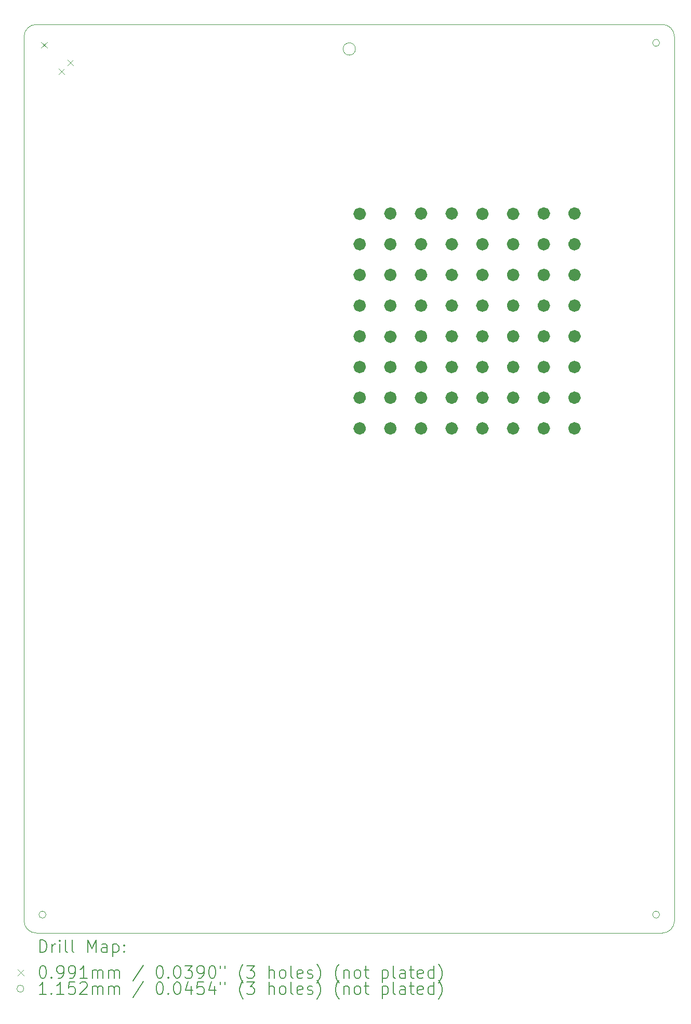
<source format=gbr>
%TF.GenerationSoftware,KiCad,Pcbnew,9.0.4*%
%TF.CreationDate,2025-09-01T02:23:11+01:00*%
%TF.ProjectId,Chirstmas-Card,43686972-7374-46d6-9173-2d436172642e,rev?*%
%TF.SameCoordinates,Original*%
%TF.FileFunction,Drillmap*%
%TF.FilePolarity,Positive*%
%FSLAX45Y45*%
G04 Gerber Fmt 4.5, Leading zero omitted, Abs format (unit mm)*
G04 Created by KiCad (PCBNEW 9.0.4) date 2025-09-01 02:23:11*
%MOMM*%
%LPD*%
G01*
G04 APERTURE LIST*
%ADD10C,0.050000*%
%ADD11C,1.050000*%
%ADD12C,0.200000*%
%ADD13C,0.100000*%
%ADD14C,0.115200*%
G04 APERTURE END LIST*
D10*
X4200000Y-17800000D02*
G75*
G02*
X4000000Y-17600000I0J200000D01*
G01*
X9400000Y-3400000D02*
G75*
G02*
X9200000Y-3400000I-100000J0D01*
G01*
X9200000Y-3400000D02*
G75*
G02*
X9400000Y-3400000I100000J0D01*
G01*
X4200000Y-3000000D02*
X14400000Y-3000000D01*
X4000000Y-17600000D02*
X4000000Y-3200000D01*
X14400000Y-17800000D02*
X4200000Y-17800000D01*
X14600000Y-17600000D02*
G75*
G02*
X14400000Y-17800000I-200000J0D01*
G01*
X14400000Y-3000000D02*
G75*
G02*
X14600000Y-3200000I0J-200000D01*
G01*
X14600000Y-3200000D02*
X14600000Y-17600000D01*
X4000000Y-3200000D02*
G75*
G02*
X4200000Y-3000000I200000J0D01*
G01*
D11*
X11522500Y-8580000D02*
G75*
G02*
X11417500Y-8580000I-52500J0D01*
G01*
X11417500Y-8580000D02*
G75*
G02*
X11522500Y-8580000I52500J0D01*
G01*
X10022500Y-8580000D02*
G75*
G02*
X9917500Y-8580000I-52500J0D01*
G01*
X9917500Y-8580000D02*
G75*
G02*
X10022500Y-8580000I52500J0D01*
G01*
X11522500Y-9580000D02*
G75*
G02*
X11417500Y-9580000I-52500J0D01*
G01*
X11417500Y-9580000D02*
G75*
G02*
X11522500Y-9580000I52500J0D01*
G01*
X12022500Y-8580000D02*
G75*
G02*
X11917500Y-8580000I-52500J0D01*
G01*
X11917500Y-8580000D02*
G75*
G02*
X12022500Y-8580000I52500J0D01*
G01*
X12022500Y-9080000D02*
G75*
G02*
X11917500Y-9080000I-52500J0D01*
G01*
X11917500Y-9080000D02*
G75*
G02*
X12022500Y-9080000I52500J0D01*
G01*
X11522500Y-6086250D02*
G75*
G02*
X11417500Y-6086250I-52500J0D01*
G01*
X11417500Y-6086250D02*
G75*
G02*
X11522500Y-6086250I52500J0D01*
G01*
X10522500Y-9080000D02*
G75*
G02*
X10417500Y-9080000I-52500J0D01*
G01*
X10417500Y-9080000D02*
G75*
G02*
X10522500Y-9080000I52500J0D01*
G01*
X9522500Y-7080000D02*
G75*
G02*
X9417500Y-7080000I-52500J0D01*
G01*
X9417500Y-7080000D02*
G75*
G02*
X9522500Y-7080000I52500J0D01*
G01*
X12522500Y-6080000D02*
G75*
G02*
X12417500Y-6080000I-52500J0D01*
G01*
X12417500Y-6080000D02*
G75*
G02*
X12522500Y-6080000I52500J0D01*
G01*
X11022500Y-9080000D02*
G75*
G02*
X10917500Y-9080000I-52500J0D01*
G01*
X10917500Y-9080000D02*
G75*
G02*
X11022500Y-9080000I52500J0D01*
G01*
X12522500Y-9580000D02*
G75*
G02*
X12417500Y-9580000I-52500J0D01*
G01*
X12417500Y-9580000D02*
G75*
G02*
X12522500Y-9580000I52500J0D01*
G01*
X13022500Y-8580000D02*
G75*
G02*
X12917500Y-8580000I-52500J0D01*
G01*
X12917500Y-8580000D02*
G75*
G02*
X13022500Y-8580000I52500J0D01*
G01*
X10022500Y-9080000D02*
G75*
G02*
X9917500Y-9080000I-52500J0D01*
G01*
X9917500Y-9080000D02*
G75*
G02*
X10022500Y-9080000I52500J0D01*
G01*
X12522500Y-7580000D02*
G75*
G02*
X12417500Y-7580000I-52500J0D01*
G01*
X12417500Y-7580000D02*
G75*
G02*
X12522500Y-7580000I52500J0D01*
G01*
X13022500Y-8080000D02*
G75*
G02*
X12917500Y-8080000I-52500J0D01*
G01*
X12917500Y-8080000D02*
G75*
G02*
X13022500Y-8080000I52500J0D01*
G01*
X11022500Y-6080000D02*
G75*
G02*
X10917500Y-6080000I-52500J0D01*
G01*
X10917500Y-6080000D02*
G75*
G02*
X11022500Y-6080000I52500J0D01*
G01*
X9522500Y-9080000D02*
G75*
G02*
X9417500Y-9080000I-52500J0D01*
G01*
X9417500Y-9080000D02*
G75*
G02*
X9522500Y-9080000I52500J0D01*
G01*
X10022500Y-8086250D02*
G75*
G02*
X9917500Y-8086250I-52500J0D01*
G01*
X9917500Y-8086250D02*
G75*
G02*
X10022500Y-8086250I52500J0D01*
G01*
X10522500Y-8580000D02*
G75*
G02*
X10417500Y-8580000I-52500J0D01*
G01*
X10417500Y-8580000D02*
G75*
G02*
X10522500Y-8580000I52500J0D01*
G01*
X10522500Y-6080000D02*
G75*
G02*
X10417500Y-6080000I-52500J0D01*
G01*
X10417500Y-6080000D02*
G75*
G02*
X10522500Y-6080000I52500J0D01*
G01*
X11522500Y-6580000D02*
G75*
G02*
X11417500Y-6580000I-52500J0D01*
G01*
X11417500Y-6580000D02*
G75*
G02*
X11522500Y-6580000I52500J0D01*
G01*
X11022500Y-6580000D02*
G75*
G02*
X10917500Y-6580000I-52500J0D01*
G01*
X10917500Y-6580000D02*
G75*
G02*
X11022500Y-6580000I52500J0D01*
G01*
X11022500Y-8580000D02*
G75*
G02*
X10917500Y-8580000I-52500J0D01*
G01*
X10917500Y-8580000D02*
G75*
G02*
X11022500Y-8580000I52500J0D01*
G01*
X9522500Y-7580000D02*
G75*
G02*
X9417500Y-7580000I-52500J0D01*
G01*
X9417500Y-7580000D02*
G75*
G02*
X9522500Y-7580000I52500J0D01*
G01*
X12022500Y-7080000D02*
G75*
G02*
X11917500Y-7080000I-52500J0D01*
G01*
X11917500Y-7080000D02*
G75*
G02*
X12022500Y-7080000I52500J0D01*
G01*
X9522500Y-8580000D02*
G75*
G02*
X9417500Y-8580000I-52500J0D01*
G01*
X9417500Y-8580000D02*
G75*
G02*
X9522500Y-8580000I52500J0D01*
G01*
X9522500Y-8080000D02*
G75*
G02*
X9417500Y-8080000I-52500J0D01*
G01*
X9417500Y-8080000D02*
G75*
G02*
X9522500Y-8080000I52500J0D01*
G01*
X11522500Y-8080000D02*
G75*
G02*
X11417500Y-8080000I-52500J0D01*
G01*
X11417500Y-8080000D02*
G75*
G02*
X11522500Y-8080000I52500J0D01*
G01*
X9522500Y-6580000D02*
G75*
G02*
X9417500Y-6580000I-52500J0D01*
G01*
X9417500Y-6580000D02*
G75*
G02*
X9522500Y-6580000I52500J0D01*
G01*
X10522500Y-7580000D02*
G75*
G02*
X10417500Y-7580000I-52500J0D01*
G01*
X10417500Y-7580000D02*
G75*
G02*
X10522500Y-7580000I52500J0D01*
G01*
X10022500Y-9580000D02*
G75*
G02*
X9917500Y-9580000I-52500J0D01*
G01*
X9917500Y-9580000D02*
G75*
G02*
X10022500Y-9580000I52500J0D01*
G01*
X12022500Y-9580000D02*
G75*
G02*
X11917500Y-9580000I-52500J0D01*
G01*
X11917500Y-9580000D02*
G75*
G02*
X12022500Y-9580000I52500J0D01*
G01*
X12022500Y-6086250D02*
G75*
G02*
X11917500Y-6086250I-52500J0D01*
G01*
X11917500Y-6086250D02*
G75*
G02*
X12022500Y-6086250I52500J0D01*
G01*
X12022500Y-8080000D02*
G75*
G02*
X11917500Y-8080000I-52500J0D01*
G01*
X11917500Y-8080000D02*
G75*
G02*
X12022500Y-8080000I52500J0D01*
G01*
X13022500Y-9580000D02*
G75*
G02*
X12917500Y-9580000I-52500J0D01*
G01*
X12917500Y-9580000D02*
G75*
G02*
X13022500Y-9580000I52500J0D01*
G01*
X13022500Y-6580000D02*
G75*
G02*
X12917500Y-6580000I-52500J0D01*
G01*
X12917500Y-6580000D02*
G75*
G02*
X13022500Y-6580000I52500J0D01*
G01*
X10522500Y-7080000D02*
G75*
G02*
X10417500Y-7080000I-52500J0D01*
G01*
X10417500Y-7080000D02*
G75*
G02*
X10522500Y-7080000I52500J0D01*
G01*
X10522500Y-9580000D02*
G75*
G02*
X10417500Y-9580000I-52500J0D01*
G01*
X10417500Y-9580000D02*
G75*
G02*
X10522500Y-9580000I52500J0D01*
G01*
X10022500Y-7580000D02*
G75*
G02*
X9917500Y-7580000I-52500J0D01*
G01*
X9917500Y-7580000D02*
G75*
G02*
X10022500Y-7580000I52500J0D01*
G01*
X12022500Y-7580000D02*
G75*
G02*
X11917500Y-7580000I-52500J0D01*
G01*
X11917500Y-7580000D02*
G75*
G02*
X12022500Y-7580000I52500J0D01*
G01*
X9522500Y-6086250D02*
G75*
G02*
X9417500Y-6086250I-52500J0D01*
G01*
X9417500Y-6086250D02*
G75*
G02*
X9522500Y-6086250I52500J0D01*
G01*
X12522500Y-8080000D02*
G75*
G02*
X12417500Y-8080000I-52500J0D01*
G01*
X12417500Y-8080000D02*
G75*
G02*
X12522500Y-8080000I52500J0D01*
G01*
X13022500Y-9080000D02*
G75*
G02*
X12917500Y-9080000I-52500J0D01*
G01*
X12917500Y-9080000D02*
G75*
G02*
X13022500Y-9080000I52500J0D01*
G01*
X11022500Y-9580000D02*
G75*
G02*
X10917500Y-9580000I-52500J0D01*
G01*
X10917500Y-9580000D02*
G75*
G02*
X11022500Y-9580000I52500J0D01*
G01*
X9522500Y-9580000D02*
G75*
G02*
X9417500Y-9580000I-52500J0D01*
G01*
X9417500Y-9580000D02*
G75*
G02*
X9522500Y-9580000I52500J0D01*
G01*
X13022500Y-6080000D02*
G75*
G02*
X12917500Y-6080000I-52500J0D01*
G01*
X12917500Y-6080000D02*
G75*
G02*
X13022500Y-6080000I52500J0D01*
G01*
X11522500Y-7580000D02*
G75*
G02*
X11417500Y-7580000I-52500J0D01*
G01*
X11417500Y-7580000D02*
G75*
G02*
X11522500Y-7580000I52500J0D01*
G01*
X11022500Y-7080000D02*
G75*
G02*
X10917500Y-7080000I-52500J0D01*
G01*
X10917500Y-7080000D02*
G75*
G02*
X11022500Y-7080000I52500J0D01*
G01*
X10022500Y-7080000D02*
G75*
G02*
X9917500Y-7080000I-52500J0D01*
G01*
X9917500Y-7080000D02*
G75*
G02*
X10022500Y-7080000I52500J0D01*
G01*
X12022500Y-6580000D02*
G75*
G02*
X11917500Y-6580000I-52500J0D01*
G01*
X11917500Y-6580000D02*
G75*
G02*
X12022500Y-6580000I52500J0D01*
G01*
X11022500Y-8080000D02*
G75*
G02*
X10917500Y-8080000I-52500J0D01*
G01*
X10917500Y-8080000D02*
G75*
G02*
X11022500Y-8080000I52500J0D01*
G01*
X10022500Y-6080000D02*
G75*
G02*
X9917500Y-6080000I-52500J0D01*
G01*
X9917500Y-6080000D02*
G75*
G02*
X10022500Y-6080000I52500J0D01*
G01*
X10522500Y-6580000D02*
G75*
G02*
X10417500Y-6580000I-52500J0D01*
G01*
X10417500Y-6580000D02*
G75*
G02*
X10522500Y-6580000I52500J0D01*
G01*
X10522500Y-8080000D02*
G75*
G02*
X10417500Y-8080000I-52500J0D01*
G01*
X10417500Y-8080000D02*
G75*
G02*
X10522500Y-8080000I52500J0D01*
G01*
X11522500Y-7080000D02*
G75*
G02*
X11417500Y-7080000I-52500J0D01*
G01*
X11417500Y-7080000D02*
G75*
G02*
X11522500Y-7080000I52500J0D01*
G01*
X13022500Y-7580000D02*
G75*
G02*
X12917500Y-7580000I-52500J0D01*
G01*
X12917500Y-7580000D02*
G75*
G02*
X13022500Y-7580000I52500J0D01*
G01*
X12522500Y-8580000D02*
G75*
G02*
X12417500Y-8580000I-52500J0D01*
G01*
X12417500Y-8580000D02*
G75*
G02*
X12522500Y-8580000I52500J0D01*
G01*
X12522500Y-9080000D02*
G75*
G02*
X12417500Y-9080000I-52500J0D01*
G01*
X12417500Y-9080000D02*
G75*
G02*
X12522500Y-9080000I52500J0D01*
G01*
X11022500Y-7580000D02*
G75*
G02*
X10917500Y-7580000I-52500J0D01*
G01*
X10917500Y-7580000D02*
G75*
G02*
X11022500Y-7580000I52500J0D01*
G01*
X10022500Y-6580000D02*
G75*
G02*
X9917500Y-6580000I-52500J0D01*
G01*
X9917500Y-6580000D02*
G75*
G02*
X10022500Y-6580000I52500J0D01*
G01*
X11522500Y-9080000D02*
G75*
G02*
X11417500Y-9080000I-52500J0D01*
G01*
X11417500Y-9080000D02*
G75*
G02*
X11522500Y-9080000I52500J0D01*
G01*
X13022500Y-7080000D02*
G75*
G02*
X12917500Y-7080000I-52500J0D01*
G01*
X12917500Y-7080000D02*
G75*
G02*
X13022500Y-7080000I52500J0D01*
G01*
X12522500Y-7080000D02*
G75*
G02*
X12417500Y-7080000I-52500J0D01*
G01*
X12417500Y-7080000D02*
G75*
G02*
X12522500Y-7080000I52500J0D01*
G01*
X12522500Y-6580000D02*
G75*
G02*
X12417500Y-6580000I-52500J0D01*
G01*
X12417500Y-6580000D02*
G75*
G02*
X12522500Y-6580000I52500J0D01*
G01*
D12*
D13*
X4275569Y-3285766D02*
X4374629Y-3384826D01*
X4374629Y-3285766D02*
X4275569Y-3384826D01*
X4562937Y-3716818D02*
X4661997Y-3815878D01*
X4661997Y-3716818D02*
X4562937Y-3815878D01*
X4706621Y-3573134D02*
X4805681Y-3672194D01*
X4805681Y-3573134D02*
X4706621Y-3672194D01*
D14*
X4357600Y-17500000D02*
G75*
G02*
X4242400Y-17500000I-57600J0D01*
G01*
X4242400Y-17500000D02*
G75*
G02*
X4357600Y-17500000I57600J0D01*
G01*
X14357600Y-3300000D02*
G75*
G02*
X14242400Y-3300000I-57600J0D01*
G01*
X14242400Y-3300000D02*
G75*
G02*
X14357600Y-3300000I57600J0D01*
G01*
X14357600Y-17500000D02*
G75*
G02*
X14242400Y-17500000I-57600J0D01*
G01*
X14242400Y-17500000D02*
G75*
G02*
X14357600Y-17500000I57600J0D01*
G01*
D12*
X4258277Y-18113984D02*
X4258277Y-17913984D01*
X4258277Y-17913984D02*
X4305896Y-17913984D01*
X4305896Y-17913984D02*
X4334467Y-17923508D01*
X4334467Y-17923508D02*
X4353515Y-17942555D01*
X4353515Y-17942555D02*
X4363039Y-17961603D01*
X4363039Y-17961603D02*
X4372563Y-17999698D01*
X4372563Y-17999698D02*
X4372563Y-18028270D01*
X4372563Y-18028270D02*
X4363039Y-18066365D01*
X4363039Y-18066365D02*
X4353515Y-18085412D01*
X4353515Y-18085412D02*
X4334467Y-18104460D01*
X4334467Y-18104460D02*
X4305896Y-18113984D01*
X4305896Y-18113984D02*
X4258277Y-18113984D01*
X4458277Y-18113984D02*
X4458277Y-17980650D01*
X4458277Y-18018746D02*
X4467801Y-17999698D01*
X4467801Y-17999698D02*
X4477324Y-17990174D01*
X4477324Y-17990174D02*
X4496372Y-17980650D01*
X4496372Y-17980650D02*
X4515420Y-17980650D01*
X4582086Y-18113984D02*
X4582086Y-17980650D01*
X4582086Y-17913984D02*
X4572563Y-17923508D01*
X4572563Y-17923508D02*
X4582086Y-17933031D01*
X4582086Y-17933031D02*
X4591610Y-17923508D01*
X4591610Y-17923508D02*
X4582086Y-17913984D01*
X4582086Y-17913984D02*
X4582086Y-17933031D01*
X4705896Y-18113984D02*
X4686848Y-18104460D01*
X4686848Y-18104460D02*
X4677324Y-18085412D01*
X4677324Y-18085412D02*
X4677324Y-17913984D01*
X4810658Y-18113984D02*
X4791610Y-18104460D01*
X4791610Y-18104460D02*
X4782086Y-18085412D01*
X4782086Y-18085412D02*
X4782086Y-17913984D01*
X5039229Y-18113984D02*
X5039229Y-17913984D01*
X5039229Y-17913984D02*
X5105896Y-18056841D01*
X5105896Y-18056841D02*
X5172563Y-17913984D01*
X5172563Y-17913984D02*
X5172563Y-18113984D01*
X5353515Y-18113984D02*
X5353515Y-18009222D01*
X5353515Y-18009222D02*
X5343991Y-17990174D01*
X5343991Y-17990174D02*
X5324944Y-17980650D01*
X5324944Y-17980650D02*
X5286848Y-17980650D01*
X5286848Y-17980650D02*
X5267801Y-17990174D01*
X5353515Y-18104460D02*
X5334467Y-18113984D01*
X5334467Y-18113984D02*
X5286848Y-18113984D01*
X5286848Y-18113984D02*
X5267801Y-18104460D01*
X5267801Y-18104460D02*
X5258277Y-18085412D01*
X5258277Y-18085412D02*
X5258277Y-18066365D01*
X5258277Y-18066365D02*
X5267801Y-18047317D01*
X5267801Y-18047317D02*
X5286848Y-18037793D01*
X5286848Y-18037793D02*
X5334467Y-18037793D01*
X5334467Y-18037793D02*
X5353515Y-18028270D01*
X5448753Y-17980650D02*
X5448753Y-18180650D01*
X5448753Y-17990174D02*
X5467801Y-17980650D01*
X5467801Y-17980650D02*
X5505896Y-17980650D01*
X5505896Y-17980650D02*
X5524944Y-17990174D01*
X5524944Y-17990174D02*
X5534467Y-17999698D01*
X5534467Y-17999698D02*
X5543991Y-18018746D01*
X5543991Y-18018746D02*
X5543991Y-18075889D01*
X5543991Y-18075889D02*
X5534467Y-18094936D01*
X5534467Y-18094936D02*
X5524944Y-18104460D01*
X5524944Y-18104460D02*
X5505896Y-18113984D01*
X5505896Y-18113984D02*
X5467801Y-18113984D01*
X5467801Y-18113984D02*
X5448753Y-18104460D01*
X5629705Y-18094936D02*
X5639229Y-18104460D01*
X5639229Y-18104460D02*
X5629705Y-18113984D01*
X5629705Y-18113984D02*
X5620182Y-18104460D01*
X5620182Y-18104460D02*
X5629705Y-18094936D01*
X5629705Y-18094936D02*
X5629705Y-18113984D01*
X5629705Y-17990174D02*
X5639229Y-17999698D01*
X5639229Y-17999698D02*
X5629705Y-18009222D01*
X5629705Y-18009222D02*
X5620182Y-17999698D01*
X5620182Y-17999698D02*
X5629705Y-17990174D01*
X5629705Y-17990174D02*
X5629705Y-18009222D01*
D13*
X3898440Y-18392970D02*
X3997500Y-18492030D01*
X3997500Y-18392970D02*
X3898440Y-18492030D01*
D12*
X4296372Y-18333984D02*
X4315420Y-18333984D01*
X4315420Y-18333984D02*
X4334467Y-18343508D01*
X4334467Y-18343508D02*
X4343991Y-18353031D01*
X4343991Y-18353031D02*
X4353515Y-18372079D01*
X4353515Y-18372079D02*
X4363039Y-18410174D01*
X4363039Y-18410174D02*
X4363039Y-18457793D01*
X4363039Y-18457793D02*
X4353515Y-18495889D01*
X4353515Y-18495889D02*
X4343991Y-18514936D01*
X4343991Y-18514936D02*
X4334467Y-18524460D01*
X4334467Y-18524460D02*
X4315420Y-18533984D01*
X4315420Y-18533984D02*
X4296372Y-18533984D01*
X4296372Y-18533984D02*
X4277324Y-18524460D01*
X4277324Y-18524460D02*
X4267801Y-18514936D01*
X4267801Y-18514936D02*
X4258277Y-18495889D01*
X4258277Y-18495889D02*
X4248753Y-18457793D01*
X4248753Y-18457793D02*
X4248753Y-18410174D01*
X4248753Y-18410174D02*
X4258277Y-18372079D01*
X4258277Y-18372079D02*
X4267801Y-18353031D01*
X4267801Y-18353031D02*
X4277324Y-18343508D01*
X4277324Y-18343508D02*
X4296372Y-18333984D01*
X4448753Y-18514936D02*
X4458277Y-18524460D01*
X4458277Y-18524460D02*
X4448753Y-18533984D01*
X4448753Y-18533984D02*
X4439229Y-18524460D01*
X4439229Y-18524460D02*
X4448753Y-18514936D01*
X4448753Y-18514936D02*
X4448753Y-18533984D01*
X4553515Y-18533984D02*
X4591610Y-18533984D01*
X4591610Y-18533984D02*
X4610658Y-18524460D01*
X4610658Y-18524460D02*
X4620182Y-18514936D01*
X4620182Y-18514936D02*
X4639229Y-18486365D01*
X4639229Y-18486365D02*
X4648753Y-18448270D01*
X4648753Y-18448270D02*
X4648753Y-18372079D01*
X4648753Y-18372079D02*
X4639229Y-18353031D01*
X4639229Y-18353031D02*
X4629705Y-18343508D01*
X4629705Y-18343508D02*
X4610658Y-18333984D01*
X4610658Y-18333984D02*
X4572563Y-18333984D01*
X4572563Y-18333984D02*
X4553515Y-18343508D01*
X4553515Y-18343508D02*
X4543991Y-18353031D01*
X4543991Y-18353031D02*
X4534467Y-18372079D01*
X4534467Y-18372079D02*
X4534467Y-18419698D01*
X4534467Y-18419698D02*
X4543991Y-18438746D01*
X4543991Y-18438746D02*
X4553515Y-18448270D01*
X4553515Y-18448270D02*
X4572563Y-18457793D01*
X4572563Y-18457793D02*
X4610658Y-18457793D01*
X4610658Y-18457793D02*
X4629705Y-18448270D01*
X4629705Y-18448270D02*
X4639229Y-18438746D01*
X4639229Y-18438746D02*
X4648753Y-18419698D01*
X4743991Y-18533984D02*
X4782086Y-18533984D01*
X4782086Y-18533984D02*
X4801134Y-18524460D01*
X4801134Y-18524460D02*
X4810658Y-18514936D01*
X4810658Y-18514936D02*
X4829705Y-18486365D01*
X4829705Y-18486365D02*
X4839229Y-18448270D01*
X4839229Y-18448270D02*
X4839229Y-18372079D01*
X4839229Y-18372079D02*
X4829705Y-18353031D01*
X4829705Y-18353031D02*
X4820182Y-18343508D01*
X4820182Y-18343508D02*
X4801134Y-18333984D01*
X4801134Y-18333984D02*
X4763039Y-18333984D01*
X4763039Y-18333984D02*
X4743991Y-18343508D01*
X4743991Y-18343508D02*
X4734467Y-18353031D01*
X4734467Y-18353031D02*
X4724944Y-18372079D01*
X4724944Y-18372079D02*
X4724944Y-18419698D01*
X4724944Y-18419698D02*
X4734467Y-18438746D01*
X4734467Y-18438746D02*
X4743991Y-18448270D01*
X4743991Y-18448270D02*
X4763039Y-18457793D01*
X4763039Y-18457793D02*
X4801134Y-18457793D01*
X4801134Y-18457793D02*
X4820182Y-18448270D01*
X4820182Y-18448270D02*
X4829705Y-18438746D01*
X4829705Y-18438746D02*
X4839229Y-18419698D01*
X5029705Y-18533984D02*
X4915420Y-18533984D01*
X4972563Y-18533984D02*
X4972563Y-18333984D01*
X4972563Y-18333984D02*
X4953515Y-18362555D01*
X4953515Y-18362555D02*
X4934467Y-18381603D01*
X4934467Y-18381603D02*
X4915420Y-18391127D01*
X5115420Y-18533984D02*
X5115420Y-18400650D01*
X5115420Y-18419698D02*
X5124944Y-18410174D01*
X5124944Y-18410174D02*
X5143991Y-18400650D01*
X5143991Y-18400650D02*
X5172563Y-18400650D01*
X5172563Y-18400650D02*
X5191610Y-18410174D01*
X5191610Y-18410174D02*
X5201134Y-18429222D01*
X5201134Y-18429222D02*
X5201134Y-18533984D01*
X5201134Y-18429222D02*
X5210658Y-18410174D01*
X5210658Y-18410174D02*
X5229705Y-18400650D01*
X5229705Y-18400650D02*
X5258277Y-18400650D01*
X5258277Y-18400650D02*
X5277325Y-18410174D01*
X5277325Y-18410174D02*
X5286848Y-18429222D01*
X5286848Y-18429222D02*
X5286848Y-18533984D01*
X5382086Y-18533984D02*
X5382086Y-18400650D01*
X5382086Y-18419698D02*
X5391610Y-18410174D01*
X5391610Y-18410174D02*
X5410658Y-18400650D01*
X5410658Y-18400650D02*
X5439229Y-18400650D01*
X5439229Y-18400650D02*
X5458277Y-18410174D01*
X5458277Y-18410174D02*
X5467801Y-18429222D01*
X5467801Y-18429222D02*
X5467801Y-18533984D01*
X5467801Y-18429222D02*
X5477325Y-18410174D01*
X5477325Y-18410174D02*
X5496372Y-18400650D01*
X5496372Y-18400650D02*
X5524944Y-18400650D01*
X5524944Y-18400650D02*
X5543991Y-18410174D01*
X5543991Y-18410174D02*
X5553515Y-18429222D01*
X5553515Y-18429222D02*
X5553515Y-18533984D01*
X5943991Y-18324460D02*
X5772563Y-18581603D01*
X6201134Y-18333984D02*
X6220182Y-18333984D01*
X6220182Y-18333984D02*
X6239229Y-18343508D01*
X6239229Y-18343508D02*
X6248753Y-18353031D01*
X6248753Y-18353031D02*
X6258277Y-18372079D01*
X6258277Y-18372079D02*
X6267801Y-18410174D01*
X6267801Y-18410174D02*
X6267801Y-18457793D01*
X6267801Y-18457793D02*
X6258277Y-18495889D01*
X6258277Y-18495889D02*
X6248753Y-18514936D01*
X6248753Y-18514936D02*
X6239229Y-18524460D01*
X6239229Y-18524460D02*
X6220182Y-18533984D01*
X6220182Y-18533984D02*
X6201134Y-18533984D01*
X6201134Y-18533984D02*
X6182086Y-18524460D01*
X6182086Y-18524460D02*
X6172563Y-18514936D01*
X6172563Y-18514936D02*
X6163039Y-18495889D01*
X6163039Y-18495889D02*
X6153515Y-18457793D01*
X6153515Y-18457793D02*
X6153515Y-18410174D01*
X6153515Y-18410174D02*
X6163039Y-18372079D01*
X6163039Y-18372079D02*
X6172563Y-18353031D01*
X6172563Y-18353031D02*
X6182086Y-18343508D01*
X6182086Y-18343508D02*
X6201134Y-18333984D01*
X6353515Y-18514936D02*
X6363039Y-18524460D01*
X6363039Y-18524460D02*
X6353515Y-18533984D01*
X6353515Y-18533984D02*
X6343991Y-18524460D01*
X6343991Y-18524460D02*
X6353515Y-18514936D01*
X6353515Y-18514936D02*
X6353515Y-18533984D01*
X6486848Y-18333984D02*
X6505896Y-18333984D01*
X6505896Y-18333984D02*
X6524944Y-18343508D01*
X6524944Y-18343508D02*
X6534467Y-18353031D01*
X6534467Y-18353031D02*
X6543991Y-18372079D01*
X6543991Y-18372079D02*
X6553515Y-18410174D01*
X6553515Y-18410174D02*
X6553515Y-18457793D01*
X6553515Y-18457793D02*
X6543991Y-18495889D01*
X6543991Y-18495889D02*
X6534467Y-18514936D01*
X6534467Y-18514936D02*
X6524944Y-18524460D01*
X6524944Y-18524460D02*
X6505896Y-18533984D01*
X6505896Y-18533984D02*
X6486848Y-18533984D01*
X6486848Y-18533984D02*
X6467801Y-18524460D01*
X6467801Y-18524460D02*
X6458277Y-18514936D01*
X6458277Y-18514936D02*
X6448753Y-18495889D01*
X6448753Y-18495889D02*
X6439229Y-18457793D01*
X6439229Y-18457793D02*
X6439229Y-18410174D01*
X6439229Y-18410174D02*
X6448753Y-18372079D01*
X6448753Y-18372079D02*
X6458277Y-18353031D01*
X6458277Y-18353031D02*
X6467801Y-18343508D01*
X6467801Y-18343508D02*
X6486848Y-18333984D01*
X6620182Y-18333984D02*
X6743991Y-18333984D01*
X6743991Y-18333984D02*
X6677325Y-18410174D01*
X6677325Y-18410174D02*
X6705896Y-18410174D01*
X6705896Y-18410174D02*
X6724944Y-18419698D01*
X6724944Y-18419698D02*
X6734467Y-18429222D01*
X6734467Y-18429222D02*
X6743991Y-18448270D01*
X6743991Y-18448270D02*
X6743991Y-18495889D01*
X6743991Y-18495889D02*
X6734467Y-18514936D01*
X6734467Y-18514936D02*
X6724944Y-18524460D01*
X6724944Y-18524460D02*
X6705896Y-18533984D01*
X6705896Y-18533984D02*
X6648753Y-18533984D01*
X6648753Y-18533984D02*
X6629706Y-18524460D01*
X6629706Y-18524460D02*
X6620182Y-18514936D01*
X6839229Y-18533984D02*
X6877325Y-18533984D01*
X6877325Y-18533984D02*
X6896372Y-18524460D01*
X6896372Y-18524460D02*
X6905896Y-18514936D01*
X6905896Y-18514936D02*
X6924944Y-18486365D01*
X6924944Y-18486365D02*
X6934467Y-18448270D01*
X6934467Y-18448270D02*
X6934467Y-18372079D01*
X6934467Y-18372079D02*
X6924944Y-18353031D01*
X6924944Y-18353031D02*
X6915420Y-18343508D01*
X6915420Y-18343508D02*
X6896372Y-18333984D01*
X6896372Y-18333984D02*
X6858277Y-18333984D01*
X6858277Y-18333984D02*
X6839229Y-18343508D01*
X6839229Y-18343508D02*
X6829706Y-18353031D01*
X6829706Y-18353031D02*
X6820182Y-18372079D01*
X6820182Y-18372079D02*
X6820182Y-18419698D01*
X6820182Y-18419698D02*
X6829706Y-18438746D01*
X6829706Y-18438746D02*
X6839229Y-18448270D01*
X6839229Y-18448270D02*
X6858277Y-18457793D01*
X6858277Y-18457793D02*
X6896372Y-18457793D01*
X6896372Y-18457793D02*
X6915420Y-18448270D01*
X6915420Y-18448270D02*
X6924944Y-18438746D01*
X6924944Y-18438746D02*
X6934467Y-18419698D01*
X7058277Y-18333984D02*
X7077325Y-18333984D01*
X7077325Y-18333984D02*
X7096372Y-18343508D01*
X7096372Y-18343508D02*
X7105896Y-18353031D01*
X7105896Y-18353031D02*
X7115420Y-18372079D01*
X7115420Y-18372079D02*
X7124944Y-18410174D01*
X7124944Y-18410174D02*
X7124944Y-18457793D01*
X7124944Y-18457793D02*
X7115420Y-18495889D01*
X7115420Y-18495889D02*
X7105896Y-18514936D01*
X7105896Y-18514936D02*
X7096372Y-18524460D01*
X7096372Y-18524460D02*
X7077325Y-18533984D01*
X7077325Y-18533984D02*
X7058277Y-18533984D01*
X7058277Y-18533984D02*
X7039229Y-18524460D01*
X7039229Y-18524460D02*
X7029706Y-18514936D01*
X7029706Y-18514936D02*
X7020182Y-18495889D01*
X7020182Y-18495889D02*
X7010658Y-18457793D01*
X7010658Y-18457793D02*
X7010658Y-18410174D01*
X7010658Y-18410174D02*
X7020182Y-18372079D01*
X7020182Y-18372079D02*
X7029706Y-18353031D01*
X7029706Y-18353031D02*
X7039229Y-18343508D01*
X7039229Y-18343508D02*
X7058277Y-18333984D01*
X7201134Y-18333984D02*
X7201134Y-18372079D01*
X7277325Y-18333984D02*
X7277325Y-18372079D01*
X7572563Y-18610174D02*
X7563039Y-18600650D01*
X7563039Y-18600650D02*
X7543991Y-18572079D01*
X7543991Y-18572079D02*
X7534468Y-18553031D01*
X7534468Y-18553031D02*
X7524944Y-18524460D01*
X7524944Y-18524460D02*
X7515420Y-18476841D01*
X7515420Y-18476841D02*
X7515420Y-18438746D01*
X7515420Y-18438746D02*
X7524944Y-18391127D01*
X7524944Y-18391127D02*
X7534468Y-18362555D01*
X7534468Y-18362555D02*
X7543991Y-18343508D01*
X7543991Y-18343508D02*
X7563039Y-18314936D01*
X7563039Y-18314936D02*
X7572563Y-18305412D01*
X7629706Y-18333984D02*
X7753515Y-18333984D01*
X7753515Y-18333984D02*
X7686848Y-18410174D01*
X7686848Y-18410174D02*
X7715420Y-18410174D01*
X7715420Y-18410174D02*
X7734468Y-18419698D01*
X7734468Y-18419698D02*
X7743991Y-18429222D01*
X7743991Y-18429222D02*
X7753515Y-18448270D01*
X7753515Y-18448270D02*
X7753515Y-18495889D01*
X7753515Y-18495889D02*
X7743991Y-18514936D01*
X7743991Y-18514936D02*
X7734468Y-18524460D01*
X7734468Y-18524460D02*
X7715420Y-18533984D01*
X7715420Y-18533984D02*
X7658277Y-18533984D01*
X7658277Y-18533984D02*
X7639229Y-18524460D01*
X7639229Y-18524460D02*
X7629706Y-18514936D01*
X7991610Y-18533984D02*
X7991610Y-18333984D01*
X8077325Y-18533984D02*
X8077325Y-18429222D01*
X8077325Y-18429222D02*
X8067801Y-18410174D01*
X8067801Y-18410174D02*
X8048753Y-18400650D01*
X8048753Y-18400650D02*
X8020182Y-18400650D01*
X8020182Y-18400650D02*
X8001134Y-18410174D01*
X8001134Y-18410174D02*
X7991610Y-18419698D01*
X8201134Y-18533984D02*
X8182087Y-18524460D01*
X8182087Y-18524460D02*
X8172563Y-18514936D01*
X8172563Y-18514936D02*
X8163039Y-18495889D01*
X8163039Y-18495889D02*
X8163039Y-18438746D01*
X8163039Y-18438746D02*
X8172563Y-18419698D01*
X8172563Y-18419698D02*
X8182087Y-18410174D01*
X8182087Y-18410174D02*
X8201134Y-18400650D01*
X8201134Y-18400650D02*
X8229706Y-18400650D01*
X8229706Y-18400650D02*
X8248753Y-18410174D01*
X8248753Y-18410174D02*
X8258277Y-18419698D01*
X8258277Y-18419698D02*
X8267801Y-18438746D01*
X8267801Y-18438746D02*
X8267801Y-18495889D01*
X8267801Y-18495889D02*
X8258277Y-18514936D01*
X8258277Y-18514936D02*
X8248753Y-18524460D01*
X8248753Y-18524460D02*
X8229706Y-18533984D01*
X8229706Y-18533984D02*
X8201134Y-18533984D01*
X8382087Y-18533984D02*
X8363039Y-18524460D01*
X8363039Y-18524460D02*
X8353515Y-18505412D01*
X8353515Y-18505412D02*
X8353515Y-18333984D01*
X8534468Y-18524460D02*
X8515420Y-18533984D01*
X8515420Y-18533984D02*
X8477325Y-18533984D01*
X8477325Y-18533984D02*
X8458277Y-18524460D01*
X8458277Y-18524460D02*
X8448753Y-18505412D01*
X8448753Y-18505412D02*
X8448753Y-18429222D01*
X8448753Y-18429222D02*
X8458277Y-18410174D01*
X8458277Y-18410174D02*
X8477325Y-18400650D01*
X8477325Y-18400650D02*
X8515420Y-18400650D01*
X8515420Y-18400650D02*
X8534468Y-18410174D01*
X8534468Y-18410174D02*
X8543992Y-18429222D01*
X8543992Y-18429222D02*
X8543992Y-18448270D01*
X8543992Y-18448270D02*
X8448753Y-18467317D01*
X8620182Y-18524460D02*
X8639230Y-18533984D01*
X8639230Y-18533984D02*
X8677325Y-18533984D01*
X8677325Y-18533984D02*
X8696373Y-18524460D01*
X8696373Y-18524460D02*
X8705896Y-18505412D01*
X8705896Y-18505412D02*
X8705896Y-18495889D01*
X8705896Y-18495889D02*
X8696373Y-18476841D01*
X8696373Y-18476841D02*
X8677325Y-18467317D01*
X8677325Y-18467317D02*
X8648753Y-18467317D01*
X8648753Y-18467317D02*
X8629706Y-18457793D01*
X8629706Y-18457793D02*
X8620182Y-18438746D01*
X8620182Y-18438746D02*
X8620182Y-18429222D01*
X8620182Y-18429222D02*
X8629706Y-18410174D01*
X8629706Y-18410174D02*
X8648753Y-18400650D01*
X8648753Y-18400650D02*
X8677325Y-18400650D01*
X8677325Y-18400650D02*
X8696373Y-18410174D01*
X8772563Y-18610174D02*
X8782087Y-18600650D01*
X8782087Y-18600650D02*
X8801134Y-18572079D01*
X8801134Y-18572079D02*
X8810658Y-18553031D01*
X8810658Y-18553031D02*
X8820182Y-18524460D01*
X8820182Y-18524460D02*
X8829706Y-18476841D01*
X8829706Y-18476841D02*
X8829706Y-18438746D01*
X8829706Y-18438746D02*
X8820182Y-18391127D01*
X8820182Y-18391127D02*
X8810658Y-18362555D01*
X8810658Y-18362555D02*
X8801134Y-18343508D01*
X8801134Y-18343508D02*
X8782087Y-18314936D01*
X8782087Y-18314936D02*
X8772563Y-18305412D01*
X9134468Y-18610174D02*
X9124944Y-18600650D01*
X9124944Y-18600650D02*
X9105896Y-18572079D01*
X9105896Y-18572079D02*
X9096373Y-18553031D01*
X9096373Y-18553031D02*
X9086849Y-18524460D01*
X9086849Y-18524460D02*
X9077325Y-18476841D01*
X9077325Y-18476841D02*
X9077325Y-18438746D01*
X9077325Y-18438746D02*
X9086849Y-18391127D01*
X9086849Y-18391127D02*
X9096373Y-18362555D01*
X9096373Y-18362555D02*
X9105896Y-18343508D01*
X9105896Y-18343508D02*
X9124944Y-18314936D01*
X9124944Y-18314936D02*
X9134468Y-18305412D01*
X9210658Y-18400650D02*
X9210658Y-18533984D01*
X9210658Y-18419698D02*
X9220182Y-18410174D01*
X9220182Y-18410174D02*
X9239230Y-18400650D01*
X9239230Y-18400650D02*
X9267801Y-18400650D01*
X9267801Y-18400650D02*
X9286849Y-18410174D01*
X9286849Y-18410174D02*
X9296373Y-18429222D01*
X9296373Y-18429222D02*
X9296373Y-18533984D01*
X9420182Y-18533984D02*
X9401134Y-18524460D01*
X9401134Y-18524460D02*
X9391611Y-18514936D01*
X9391611Y-18514936D02*
X9382087Y-18495889D01*
X9382087Y-18495889D02*
X9382087Y-18438746D01*
X9382087Y-18438746D02*
X9391611Y-18419698D01*
X9391611Y-18419698D02*
X9401134Y-18410174D01*
X9401134Y-18410174D02*
X9420182Y-18400650D01*
X9420182Y-18400650D02*
X9448754Y-18400650D01*
X9448754Y-18400650D02*
X9467801Y-18410174D01*
X9467801Y-18410174D02*
X9477325Y-18419698D01*
X9477325Y-18419698D02*
X9486849Y-18438746D01*
X9486849Y-18438746D02*
X9486849Y-18495889D01*
X9486849Y-18495889D02*
X9477325Y-18514936D01*
X9477325Y-18514936D02*
X9467801Y-18524460D01*
X9467801Y-18524460D02*
X9448754Y-18533984D01*
X9448754Y-18533984D02*
X9420182Y-18533984D01*
X9543992Y-18400650D02*
X9620182Y-18400650D01*
X9572563Y-18333984D02*
X9572563Y-18505412D01*
X9572563Y-18505412D02*
X9582087Y-18524460D01*
X9582087Y-18524460D02*
X9601134Y-18533984D01*
X9601134Y-18533984D02*
X9620182Y-18533984D01*
X9839230Y-18400650D02*
X9839230Y-18600650D01*
X9839230Y-18410174D02*
X9858277Y-18400650D01*
X9858277Y-18400650D02*
X9896373Y-18400650D01*
X9896373Y-18400650D02*
X9915420Y-18410174D01*
X9915420Y-18410174D02*
X9924944Y-18419698D01*
X9924944Y-18419698D02*
X9934468Y-18438746D01*
X9934468Y-18438746D02*
X9934468Y-18495889D01*
X9934468Y-18495889D02*
X9924944Y-18514936D01*
X9924944Y-18514936D02*
X9915420Y-18524460D01*
X9915420Y-18524460D02*
X9896373Y-18533984D01*
X9896373Y-18533984D02*
X9858277Y-18533984D01*
X9858277Y-18533984D02*
X9839230Y-18524460D01*
X10048754Y-18533984D02*
X10029706Y-18524460D01*
X10029706Y-18524460D02*
X10020182Y-18505412D01*
X10020182Y-18505412D02*
X10020182Y-18333984D01*
X10210658Y-18533984D02*
X10210658Y-18429222D01*
X10210658Y-18429222D02*
X10201135Y-18410174D01*
X10201135Y-18410174D02*
X10182087Y-18400650D01*
X10182087Y-18400650D02*
X10143992Y-18400650D01*
X10143992Y-18400650D02*
X10124944Y-18410174D01*
X10210658Y-18524460D02*
X10191611Y-18533984D01*
X10191611Y-18533984D02*
X10143992Y-18533984D01*
X10143992Y-18533984D02*
X10124944Y-18524460D01*
X10124944Y-18524460D02*
X10115420Y-18505412D01*
X10115420Y-18505412D02*
X10115420Y-18486365D01*
X10115420Y-18486365D02*
X10124944Y-18467317D01*
X10124944Y-18467317D02*
X10143992Y-18457793D01*
X10143992Y-18457793D02*
X10191611Y-18457793D01*
X10191611Y-18457793D02*
X10210658Y-18448270D01*
X10277325Y-18400650D02*
X10353515Y-18400650D01*
X10305896Y-18333984D02*
X10305896Y-18505412D01*
X10305896Y-18505412D02*
X10315420Y-18524460D01*
X10315420Y-18524460D02*
X10334468Y-18533984D01*
X10334468Y-18533984D02*
X10353515Y-18533984D01*
X10496373Y-18524460D02*
X10477325Y-18533984D01*
X10477325Y-18533984D02*
X10439230Y-18533984D01*
X10439230Y-18533984D02*
X10420182Y-18524460D01*
X10420182Y-18524460D02*
X10410658Y-18505412D01*
X10410658Y-18505412D02*
X10410658Y-18429222D01*
X10410658Y-18429222D02*
X10420182Y-18410174D01*
X10420182Y-18410174D02*
X10439230Y-18400650D01*
X10439230Y-18400650D02*
X10477325Y-18400650D01*
X10477325Y-18400650D02*
X10496373Y-18410174D01*
X10496373Y-18410174D02*
X10505896Y-18429222D01*
X10505896Y-18429222D02*
X10505896Y-18448270D01*
X10505896Y-18448270D02*
X10410658Y-18467317D01*
X10677325Y-18533984D02*
X10677325Y-18333984D01*
X10677325Y-18524460D02*
X10658277Y-18533984D01*
X10658277Y-18533984D02*
X10620182Y-18533984D01*
X10620182Y-18533984D02*
X10601135Y-18524460D01*
X10601135Y-18524460D02*
X10591611Y-18514936D01*
X10591611Y-18514936D02*
X10582087Y-18495889D01*
X10582087Y-18495889D02*
X10582087Y-18438746D01*
X10582087Y-18438746D02*
X10591611Y-18419698D01*
X10591611Y-18419698D02*
X10601135Y-18410174D01*
X10601135Y-18410174D02*
X10620182Y-18400650D01*
X10620182Y-18400650D02*
X10658277Y-18400650D01*
X10658277Y-18400650D02*
X10677325Y-18410174D01*
X10753516Y-18610174D02*
X10763039Y-18600650D01*
X10763039Y-18600650D02*
X10782087Y-18572079D01*
X10782087Y-18572079D02*
X10791611Y-18553031D01*
X10791611Y-18553031D02*
X10801135Y-18524460D01*
X10801135Y-18524460D02*
X10810658Y-18476841D01*
X10810658Y-18476841D02*
X10810658Y-18438746D01*
X10810658Y-18438746D02*
X10801135Y-18391127D01*
X10801135Y-18391127D02*
X10791611Y-18362555D01*
X10791611Y-18362555D02*
X10782087Y-18343508D01*
X10782087Y-18343508D02*
X10763039Y-18314936D01*
X10763039Y-18314936D02*
X10753516Y-18305412D01*
D14*
X3997500Y-18706500D02*
G75*
G02*
X3882300Y-18706500I-57600J0D01*
G01*
X3882300Y-18706500D02*
G75*
G02*
X3997500Y-18706500I57600J0D01*
G01*
D12*
X4363039Y-18797984D02*
X4248753Y-18797984D01*
X4305896Y-18797984D02*
X4305896Y-18597984D01*
X4305896Y-18597984D02*
X4286848Y-18626555D01*
X4286848Y-18626555D02*
X4267801Y-18645603D01*
X4267801Y-18645603D02*
X4248753Y-18655127D01*
X4448753Y-18778936D02*
X4458277Y-18788460D01*
X4458277Y-18788460D02*
X4448753Y-18797984D01*
X4448753Y-18797984D02*
X4439229Y-18788460D01*
X4439229Y-18788460D02*
X4448753Y-18778936D01*
X4448753Y-18778936D02*
X4448753Y-18797984D01*
X4648753Y-18797984D02*
X4534467Y-18797984D01*
X4591610Y-18797984D02*
X4591610Y-18597984D01*
X4591610Y-18597984D02*
X4572563Y-18626555D01*
X4572563Y-18626555D02*
X4553515Y-18645603D01*
X4553515Y-18645603D02*
X4534467Y-18655127D01*
X4829705Y-18597984D02*
X4734467Y-18597984D01*
X4734467Y-18597984D02*
X4724944Y-18693222D01*
X4724944Y-18693222D02*
X4734467Y-18683698D01*
X4734467Y-18683698D02*
X4753515Y-18674174D01*
X4753515Y-18674174D02*
X4801134Y-18674174D01*
X4801134Y-18674174D02*
X4820182Y-18683698D01*
X4820182Y-18683698D02*
X4829705Y-18693222D01*
X4829705Y-18693222D02*
X4839229Y-18712270D01*
X4839229Y-18712270D02*
X4839229Y-18759889D01*
X4839229Y-18759889D02*
X4829705Y-18778936D01*
X4829705Y-18778936D02*
X4820182Y-18788460D01*
X4820182Y-18788460D02*
X4801134Y-18797984D01*
X4801134Y-18797984D02*
X4753515Y-18797984D01*
X4753515Y-18797984D02*
X4734467Y-18788460D01*
X4734467Y-18788460D02*
X4724944Y-18778936D01*
X4915420Y-18617031D02*
X4924944Y-18607508D01*
X4924944Y-18607508D02*
X4943991Y-18597984D01*
X4943991Y-18597984D02*
X4991610Y-18597984D01*
X4991610Y-18597984D02*
X5010658Y-18607508D01*
X5010658Y-18607508D02*
X5020182Y-18617031D01*
X5020182Y-18617031D02*
X5029705Y-18636079D01*
X5029705Y-18636079D02*
X5029705Y-18655127D01*
X5029705Y-18655127D02*
X5020182Y-18683698D01*
X5020182Y-18683698D02*
X4905896Y-18797984D01*
X4905896Y-18797984D02*
X5029705Y-18797984D01*
X5115420Y-18797984D02*
X5115420Y-18664650D01*
X5115420Y-18683698D02*
X5124944Y-18674174D01*
X5124944Y-18674174D02*
X5143991Y-18664650D01*
X5143991Y-18664650D02*
X5172563Y-18664650D01*
X5172563Y-18664650D02*
X5191610Y-18674174D01*
X5191610Y-18674174D02*
X5201134Y-18693222D01*
X5201134Y-18693222D02*
X5201134Y-18797984D01*
X5201134Y-18693222D02*
X5210658Y-18674174D01*
X5210658Y-18674174D02*
X5229705Y-18664650D01*
X5229705Y-18664650D02*
X5258277Y-18664650D01*
X5258277Y-18664650D02*
X5277325Y-18674174D01*
X5277325Y-18674174D02*
X5286848Y-18693222D01*
X5286848Y-18693222D02*
X5286848Y-18797984D01*
X5382086Y-18797984D02*
X5382086Y-18664650D01*
X5382086Y-18683698D02*
X5391610Y-18674174D01*
X5391610Y-18674174D02*
X5410658Y-18664650D01*
X5410658Y-18664650D02*
X5439229Y-18664650D01*
X5439229Y-18664650D02*
X5458277Y-18674174D01*
X5458277Y-18674174D02*
X5467801Y-18693222D01*
X5467801Y-18693222D02*
X5467801Y-18797984D01*
X5467801Y-18693222D02*
X5477325Y-18674174D01*
X5477325Y-18674174D02*
X5496372Y-18664650D01*
X5496372Y-18664650D02*
X5524944Y-18664650D01*
X5524944Y-18664650D02*
X5543991Y-18674174D01*
X5543991Y-18674174D02*
X5553515Y-18693222D01*
X5553515Y-18693222D02*
X5553515Y-18797984D01*
X5943991Y-18588460D02*
X5772563Y-18845603D01*
X6201134Y-18597984D02*
X6220182Y-18597984D01*
X6220182Y-18597984D02*
X6239229Y-18607508D01*
X6239229Y-18607508D02*
X6248753Y-18617031D01*
X6248753Y-18617031D02*
X6258277Y-18636079D01*
X6258277Y-18636079D02*
X6267801Y-18674174D01*
X6267801Y-18674174D02*
X6267801Y-18721793D01*
X6267801Y-18721793D02*
X6258277Y-18759889D01*
X6258277Y-18759889D02*
X6248753Y-18778936D01*
X6248753Y-18778936D02*
X6239229Y-18788460D01*
X6239229Y-18788460D02*
X6220182Y-18797984D01*
X6220182Y-18797984D02*
X6201134Y-18797984D01*
X6201134Y-18797984D02*
X6182086Y-18788460D01*
X6182086Y-18788460D02*
X6172563Y-18778936D01*
X6172563Y-18778936D02*
X6163039Y-18759889D01*
X6163039Y-18759889D02*
X6153515Y-18721793D01*
X6153515Y-18721793D02*
X6153515Y-18674174D01*
X6153515Y-18674174D02*
X6163039Y-18636079D01*
X6163039Y-18636079D02*
X6172563Y-18617031D01*
X6172563Y-18617031D02*
X6182086Y-18607508D01*
X6182086Y-18607508D02*
X6201134Y-18597984D01*
X6353515Y-18778936D02*
X6363039Y-18788460D01*
X6363039Y-18788460D02*
X6353515Y-18797984D01*
X6353515Y-18797984D02*
X6343991Y-18788460D01*
X6343991Y-18788460D02*
X6353515Y-18778936D01*
X6353515Y-18778936D02*
X6353515Y-18797984D01*
X6486848Y-18597984D02*
X6505896Y-18597984D01*
X6505896Y-18597984D02*
X6524944Y-18607508D01*
X6524944Y-18607508D02*
X6534467Y-18617031D01*
X6534467Y-18617031D02*
X6543991Y-18636079D01*
X6543991Y-18636079D02*
X6553515Y-18674174D01*
X6553515Y-18674174D02*
X6553515Y-18721793D01*
X6553515Y-18721793D02*
X6543991Y-18759889D01*
X6543991Y-18759889D02*
X6534467Y-18778936D01*
X6534467Y-18778936D02*
X6524944Y-18788460D01*
X6524944Y-18788460D02*
X6505896Y-18797984D01*
X6505896Y-18797984D02*
X6486848Y-18797984D01*
X6486848Y-18797984D02*
X6467801Y-18788460D01*
X6467801Y-18788460D02*
X6458277Y-18778936D01*
X6458277Y-18778936D02*
X6448753Y-18759889D01*
X6448753Y-18759889D02*
X6439229Y-18721793D01*
X6439229Y-18721793D02*
X6439229Y-18674174D01*
X6439229Y-18674174D02*
X6448753Y-18636079D01*
X6448753Y-18636079D02*
X6458277Y-18617031D01*
X6458277Y-18617031D02*
X6467801Y-18607508D01*
X6467801Y-18607508D02*
X6486848Y-18597984D01*
X6724944Y-18664650D02*
X6724944Y-18797984D01*
X6677325Y-18588460D02*
X6629706Y-18731317D01*
X6629706Y-18731317D02*
X6753515Y-18731317D01*
X6924944Y-18597984D02*
X6829706Y-18597984D01*
X6829706Y-18597984D02*
X6820182Y-18693222D01*
X6820182Y-18693222D02*
X6829706Y-18683698D01*
X6829706Y-18683698D02*
X6848753Y-18674174D01*
X6848753Y-18674174D02*
X6896372Y-18674174D01*
X6896372Y-18674174D02*
X6915420Y-18683698D01*
X6915420Y-18683698D02*
X6924944Y-18693222D01*
X6924944Y-18693222D02*
X6934467Y-18712270D01*
X6934467Y-18712270D02*
X6934467Y-18759889D01*
X6934467Y-18759889D02*
X6924944Y-18778936D01*
X6924944Y-18778936D02*
X6915420Y-18788460D01*
X6915420Y-18788460D02*
X6896372Y-18797984D01*
X6896372Y-18797984D02*
X6848753Y-18797984D01*
X6848753Y-18797984D02*
X6829706Y-18788460D01*
X6829706Y-18788460D02*
X6820182Y-18778936D01*
X7105896Y-18664650D02*
X7105896Y-18797984D01*
X7058277Y-18588460D02*
X7010658Y-18731317D01*
X7010658Y-18731317D02*
X7134467Y-18731317D01*
X7201134Y-18597984D02*
X7201134Y-18636079D01*
X7277325Y-18597984D02*
X7277325Y-18636079D01*
X7572563Y-18874174D02*
X7563039Y-18864650D01*
X7563039Y-18864650D02*
X7543991Y-18836079D01*
X7543991Y-18836079D02*
X7534468Y-18817031D01*
X7534468Y-18817031D02*
X7524944Y-18788460D01*
X7524944Y-18788460D02*
X7515420Y-18740841D01*
X7515420Y-18740841D02*
X7515420Y-18702746D01*
X7515420Y-18702746D02*
X7524944Y-18655127D01*
X7524944Y-18655127D02*
X7534468Y-18626555D01*
X7534468Y-18626555D02*
X7543991Y-18607508D01*
X7543991Y-18607508D02*
X7563039Y-18578936D01*
X7563039Y-18578936D02*
X7572563Y-18569412D01*
X7629706Y-18597984D02*
X7753515Y-18597984D01*
X7753515Y-18597984D02*
X7686848Y-18674174D01*
X7686848Y-18674174D02*
X7715420Y-18674174D01*
X7715420Y-18674174D02*
X7734468Y-18683698D01*
X7734468Y-18683698D02*
X7743991Y-18693222D01*
X7743991Y-18693222D02*
X7753515Y-18712270D01*
X7753515Y-18712270D02*
X7753515Y-18759889D01*
X7753515Y-18759889D02*
X7743991Y-18778936D01*
X7743991Y-18778936D02*
X7734468Y-18788460D01*
X7734468Y-18788460D02*
X7715420Y-18797984D01*
X7715420Y-18797984D02*
X7658277Y-18797984D01*
X7658277Y-18797984D02*
X7639229Y-18788460D01*
X7639229Y-18788460D02*
X7629706Y-18778936D01*
X7991610Y-18797984D02*
X7991610Y-18597984D01*
X8077325Y-18797984D02*
X8077325Y-18693222D01*
X8077325Y-18693222D02*
X8067801Y-18674174D01*
X8067801Y-18674174D02*
X8048753Y-18664650D01*
X8048753Y-18664650D02*
X8020182Y-18664650D01*
X8020182Y-18664650D02*
X8001134Y-18674174D01*
X8001134Y-18674174D02*
X7991610Y-18683698D01*
X8201134Y-18797984D02*
X8182087Y-18788460D01*
X8182087Y-18788460D02*
X8172563Y-18778936D01*
X8172563Y-18778936D02*
X8163039Y-18759889D01*
X8163039Y-18759889D02*
X8163039Y-18702746D01*
X8163039Y-18702746D02*
X8172563Y-18683698D01*
X8172563Y-18683698D02*
X8182087Y-18674174D01*
X8182087Y-18674174D02*
X8201134Y-18664650D01*
X8201134Y-18664650D02*
X8229706Y-18664650D01*
X8229706Y-18664650D02*
X8248753Y-18674174D01*
X8248753Y-18674174D02*
X8258277Y-18683698D01*
X8258277Y-18683698D02*
X8267801Y-18702746D01*
X8267801Y-18702746D02*
X8267801Y-18759889D01*
X8267801Y-18759889D02*
X8258277Y-18778936D01*
X8258277Y-18778936D02*
X8248753Y-18788460D01*
X8248753Y-18788460D02*
X8229706Y-18797984D01*
X8229706Y-18797984D02*
X8201134Y-18797984D01*
X8382087Y-18797984D02*
X8363039Y-18788460D01*
X8363039Y-18788460D02*
X8353515Y-18769412D01*
X8353515Y-18769412D02*
X8353515Y-18597984D01*
X8534468Y-18788460D02*
X8515420Y-18797984D01*
X8515420Y-18797984D02*
X8477325Y-18797984D01*
X8477325Y-18797984D02*
X8458277Y-18788460D01*
X8458277Y-18788460D02*
X8448753Y-18769412D01*
X8448753Y-18769412D02*
X8448753Y-18693222D01*
X8448753Y-18693222D02*
X8458277Y-18674174D01*
X8458277Y-18674174D02*
X8477325Y-18664650D01*
X8477325Y-18664650D02*
X8515420Y-18664650D01*
X8515420Y-18664650D02*
X8534468Y-18674174D01*
X8534468Y-18674174D02*
X8543992Y-18693222D01*
X8543992Y-18693222D02*
X8543992Y-18712270D01*
X8543992Y-18712270D02*
X8448753Y-18731317D01*
X8620182Y-18788460D02*
X8639230Y-18797984D01*
X8639230Y-18797984D02*
X8677325Y-18797984D01*
X8677325Y-18797984D02*
X8696373Y-18788460D01*
X8696373Y-18788460D02*
X8705896Y-18769412D01*
X8705896Y-18769412D02*
X8705896Y-18759889D01*
X8705896Y-18759889D02*
X8696373Y-18740841D01*
X8696373Y-18740841D02*
X8677325Y-18731317D01*
X8677325Y-18731317D02*
X8648753Y-18731317D01*
X8648753Y-18731317D02*
X8629706Y-18721793D01*
X8629706Y-18721793D02*
X8620182Y-18702746D01*
X8620182Y-18702746D02*
X8620182Y-18693222D01*
X8620182Y-18693222D02*
X8629706Y-18674174D01*
X8629706Y-18674174D02*
X8648753Y-18664650D01*
X8648753Y-18664650D02*
X8677325Y-18664650D01*
X8677325Y-18664650D02*
X8696373Y-18674174D01*
X8772563Y-18874174D02*
X8782087Y-18864650D01*
X8782087Y-18864650D02*
X8801134Y-18836079D01*
X8801134Y-18836079D02*
X8810658Y-18817031D01*
X8810658Y-18817031D02*
X8820182Y-18788460D01*
X8820182Y-18788460D02*
X8829706Y-18740841D01*
X8829706Y-18740841D02*
X8829706Y-18702746D01*
X8829706Y-18702746D02*
X8820182Y-18655127D01*
X8820182Y-18655127D02*
X8810658Y-18626555D01*
X8810658Y-18626555D02*
X8801134Y-18607508D01*
X8801134Y-18607508D02*
X8782087Y-18578936D01*
X8782087Y-18578936D02*
X8772563Y-18569412D01*
X9134468Y-18874174D02*
X9124944Y-18864650D01*
X9124944Y-18864650D02*
X9105896Y-18836079D01*
X9105896Y-18836079D02*
X9096373Y-18817031D01*
X9096373Y-18817031D02*
X9086849Y-18788460D01*
X9086849Y-18788460D02*
X9077325Y-18740841D01*
X9077325Y-18740841D02*
X9077325Y-18702746D01*
X9077325Y-18702746D02*
X9086849Y-18655127D01*
X9086849Y-18655127D02*
X9096373Y-18626555D01*
X9096373Y-18626555D02*
X9105896Y-18607508D01*
X9105896Y-18607508D02*
X9124944Y-18578936D01*
X9124944Y-18578936D02*
X9134468Y-18569412D01*
X9210658Y-18664650D02*
X9210658Y-18797984D01*
X9210658Y-18683698D02*
X9220182Y-18674174D01*
X9220182Y-18674174D02*
X9239230Y-18664650D01*
X9239230Y-18664650D02*
X9267801Y-18664650D01*
X9267801Y-18664650D02*
X9286849Y-18674174D01*
X9286849Y-18674174D02*
X9296373Y-18693222D01*
X9296373Y-18693222D02*
X9296373Y-18797984D01*
X9420182Y-18797984D02*
X9401134Y-18788460D01*
X9401134Y-18788460D02*
X9391611Y-18778936D01*
X9391611Y-18778936D02*
X9382087Y-18759889D01*
X9382087Y-18759889D02*
X9382087Y-18702746D01*
X9382087Y-18702746D02*
X9391611Y-18683698D01*
X9391611Y-18683698D02*
X9401134Y-18674174D01*
X9401134Y-18674174D02*
X9420182Y-18664650D01*
X9420182Y-18664650D02*
X9448754Y-18664650D01*
X9448754Y-18664650D02*
X9467801Y-18674174D01*
X9467801Y-18674174D02*
X9477325Y-18683698D01*
X9477325Y-18683698D02*
X9486849Y-18702746D01*
X9486849Y-18702746D02*
X9486849Y-18759889D01*
X9486849Y-18759889D02*
X9477325Y-18778936D01*
X9477325Y-18778936D02*
X9467801Y-18788460D01*
X9467801Y-18788460D02*
X9448754Y-18797984D01*
X9448754Y-18797984D02*
X9420182Y-18797984D01*
X9543992Y-18664650D02*
X9620182Y-18664650D01*
X9572563Y-18597984D02*
X9572563Y-18769412D01*
X9572563Y-18769412D02*
X9582087Y-18788460D01*
X9582087Y-18788460D02*
X9601134Y-18797984D01*
X9601134Y-18797984D02*
X9620182Y-18797984D01*
X9839230Y-18664650D02*
X9839230Y-18864650D01*
X9839230Y-18674174D02*
X9858277Y-18664650D01*
X9858277Y-18664650D02*
X9896373Y-18664650D01*
X9896373Y-18664650D02*
X9915420Y-18674174D01*
X9915420Y-18674174D02*
X9924944Y-18683698D01*
X9924944Y-18683698D02*
X9934468Y-18702746D01*
X9934468Y-18702746D02*
X9934468Y-18759889D01*
X9934468Y-18759889D02*
X9924944Y-18778936D01*
X9924944Y-18778936D02*
X9915420Y-18788460D01*
X9915420Y-18788460D02*
X9896373Y-18797984D01*
X9896373Y-18797984D02*
X9858277Y-18797984D01*
X9858277Y-18797984D02*
X9839230Y-18788460D01*
X10048754Y-18797984D02*
X10029706Y-18788460D01*
X10029706Y-18788460D02*
X10020182Y-18769412D01*
X10020182Y-18769412D02*
X10020182Y-18597984D01*
X10210658Y-18797984D02*
X10210658Y-18693222D01*
X10210658Y-18693222D02*
X10201135Y-18674174D01*
X10201135Y-18674174D02*
X10182087Y-18664650D01*
X10182087Y-18664650D02*
X10143992Y-18664650D01*
X10143992Y-18664650D02*
X10124944Y-18674174D01*
X10210658Y-18788460D02*
X10191611Y-18797984D01*
X10191611Y-18797984D02*
X10143992Y-18797984D01*
X10143992Y-18797984D02*
X10124944Y-18788460D01*
X10124944Y-18788460D02*
X10115420Y-18769412D01*
X10115420Y-18769412D02*
X10115420Y-18750365D01*
X10115420Y-18750365D02*
X10124944Y-18731317D01*
X10124944Y-18731317D02*
X10143992Y-18721793D01*
X10143992Y-18721793D02*
X10191611Y-18721793D01*
X10191611Y-18721793D02*
X10210658Y-18712270D01*
X10277325Y-18664650D02*
X10353515Y-18664650D01*
X10305896Y-18597984D02*
X10305896Y-18769412D01*
X10305896Y-18769412D02*
X10315420Y-18788460D01*
X10315420Y-18788460D02*
X10334468Y-18797984D01*
X10334468Y-18797984D02*
X10353515Y-18797984D01*
X10496373Y-18788460D02*
X10477325Y-18797984D01*
X10477325Y-18797984D02*
X10439230Y-18797984D01*
X10439230Y-18797984D02*
X10420182Y-18788460D01*
X10420182Y-18788460D02*
X10410658Y-18769412D01*
X10410658Y-18769412D02*
X10410658Y-18693222D01*
X10410658Y-18693222D02*
X10420182Y-18674174D01*
X10420182Y-18674174D02*
X10439230Y-18664650D01*
X10439230Y-18664650D02*
X10477325Y-18664650D01*
X10477325Y-18664650D02*
X10496373Y-18674174D01*
X10496373Y-18674174D02*
X10505896Y-18693222D01*
X10505896Y-18693222D02*
X10505896Y-18712270D01*
X10505896Y-18712270D02*
X10410658Y-18731317D01*
X10677325Y-18797984D02*
X10677325Y-18597984D01*
X10677325Y-18788460D02*
X10658277Y-18797984D01*
X10658277Y-18797984D02*
X10620182Y-18797984D01*
X10620182Y-18797984D02*
X10601135Y-18788460D01*
X10601135Y-18788460D02*
X10591611Y-18778936D01*
X10591611Y-18778936D02*
X10582087Y-18759889D01*
X10582087Y-18759889D02*
X10582087Y-18702746D01*
X10582087Y-18702746D02*
X10591611Y-18683698D01*
X10591611Y-18683698D02*
X10601135Y-18674174D01*
X10601135Y-18674174D02*
X10620182Y-18664650D01*
X10620182Y-18664650D02*
X10658277Y-18664650D01*
X10658277Y-18664650D02*
X10677325Y-18674174D01*
X10753516Y-18874174D02*
X10763039Y-18864650D01*
X10763039Y-18864650D02*
X10782087Y-18836079D01*
X10782087Y-18836079D02*
X10791611Y-18817031D01*
X10791611Y-18817031D02*
X10801135Y-18788460D01*
X10801135Y-18788460D02*
X10810658Y-18740841D01*
X10810658Y-18740841D02*
X10810658Y-18702746D01*
X10810658Y-18702746D02*
X10801135Y-18655127D01*
X10801135Y-18655127D02*
X10791611Y-18626555D01*
X10791611Y-18626555D02*
X10782087Y-18607508D01*
X10782087Y-18607508D02*
X10763039Y-18578936D01*
X10763039Y-18578936D02*
X10753516Y-18569412D01*
M02*

</source>
